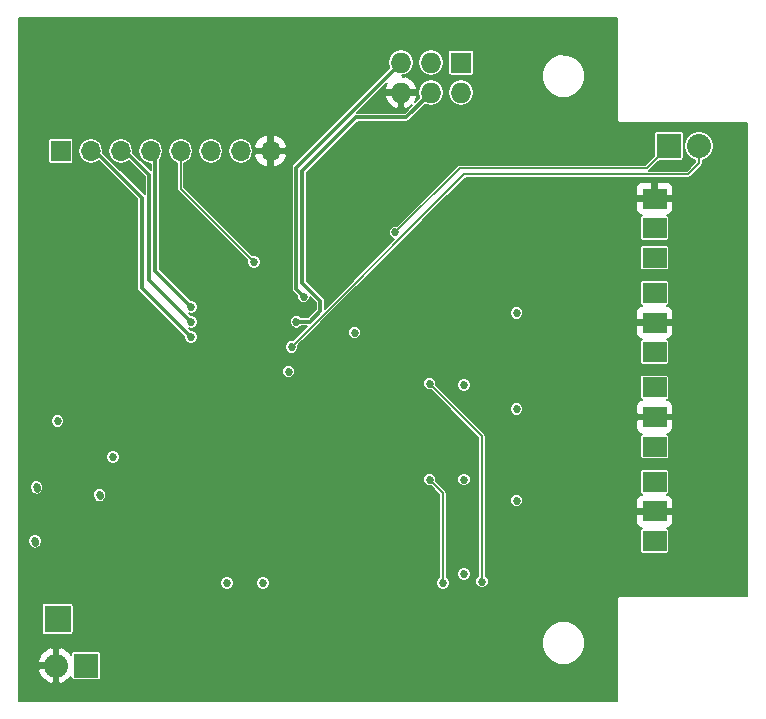
<source format=gbl>
G04 #@! TF.FileFunction,Copper,L4,Bot,Signal*
%FSLAX46Y46*%
G04 Gerber Fmt 4.6, Leading zero omitted, Abs format (unit mm)*
G04 Created by KiCad (PCBNEW 4.0.2-4+6225~38~ubuntu14.04.1-stable) date Thu 05 Jan 2017 08:44:10 PM CET*
%MOMM*%
G01*
G04 APERTURE LIST*
%ADD10C,0.100000*%
%ADD11R,2.032000X2.032000*%
%ADD12O,2.032000X2.032000*%
%ADD13R,1.727200X1.727200*%
%ADD14O,1.727200X1.727200*%
%ADD15R,2.235200X2.235200*%
%ADD16R,2.000000X1.700000*%
%ADD17R,1.700000X1.700000*%
%ADD18O,1.700000X1.700000*%
%ADD19C,0.685800*%
%ADD20C,0.152400*%
%ADD21C,0.304800*%
%ADD22C,0.609600*%
G04 APERTURE END LIST*
D10*
D11*
X98679000Y-175768000D03*
D12*
X96139000Y-175768000D03*
D11*
X148031200Y-131775200D03*
D12*
X150571200Y-131775200D03*
D13*
X130429000Y-124714000D03*
D14*
X130429000Y-127254000D03*
X127889000Y-124714000D03*
X127889000Y-127254000D03*
X125349000Y-124714000D03*
X125349000Y-127254000D03*
D15*
X96266000Y-171831000D03*
D16*
X146812000Y-141224000D03*
X146812000Y-138724000D03*
X146812000Y-136224000D03*
X146812000Y-144224000D03*
X146812000Y-146724000D03*
X146812000Y-149224000D03*
X146812000Y-152224000D03*
X146812000Y-154724000D03*
X146812000Y-157224000D03*
X146812000Y-160224000D03*
X146812000Y-162724000D03*
X146812000Y-165224000D03*
D17*
X96520000Y-132207000D03*
D18*
X99060000Y-132207000D03*
X101600000Y-132207000D03*
X104140000Y-132207000D03*
X106680000Y-132207000D03*
X109220000Y-132207000D03*
X111760000Y-132207000D03*
X114300000Y-132207000D03*
D19*
X128905000Y-168783000D03*
X127762000Y-160020000D03*
X132207000Y-168656000D03*
X127762000Y-151892000D03*
X116484400Y-146659600D03*
X107569000Y-145415000D03*
X107569000Y-146685000D03*
X107569000Y-147955000D03*
X135128000Y-154051000D03*
X135128000Y-145923000D03*
X110617000Y-168783000D03*
X135128000Y-161798000D03*
X100965000Y-158115000D03*
X94361000Y-165227000D03*
X99822000Y-161290000D03*
X130683000Y-160020000D03*
X130683000Y-152019000D03*
X113665000Y-168783000D03*
X130683000Y-168021000D03*
X115824000Y-150876000D03*
X96266000Y-155067000D03*
X94488000Y-160655000D03*
X121412000Y-147574000D03*
X117094000Y-144526000D03*
X116078000Y-148793200D03*
X112903000Y-141605000D03*
X124866400Y-139090400D03*
D20*
X128905000Y-168783000D02*
X128905000Y-164338000D01*
X128905000Y-161163000D02*
X127762000Y-160020000D01*
X128905000Y-164338000D02*
X128905000Y-161163000D01*
X132207000Y-168656000D02*
X132207000Y-162560000D01*
X132207000Y-156337000D02*
X127762000Y-151892000D01*
X132207000Y-162560000D02*
X132207000Y-156337000D01*
D21*
X127889000Y-127254000D02*
X125806200Y-129336800D01*
X117602000Y-146659600D02*
X116484400Y-146659600D01*
X118516400Y-145745200D02*
X117602000Y-146659600D01*
X118516400Y-144881600D02*
X118516400Y-145745200D01*
X116992400Y-143357600D02*
X118516400Y-144881600D01*
X116992400Y-133908800D02*
X116992400Y-143357600D01*
X121564400Y-129336800D02*
X116992400Y-133908800D01*
X125806200Y-129336800D02*
X121564400Y-129336800D01*
D20*
X127889000Y-127254000D02*
X127660400Y-127254000D01*
D21*
X104521000Y-142367000D02*
X107569000Y-145415000D01*
X104521000Y-141732000D02*
X104521000Y-142367000D01*
X104521000Y-132207000D02*
X104521000Y-141732000D01*
X101981000Y-132207000D02*
X104013000Y-134239000D01*
X104013000Y-134239000D02*
X104013000Y-143129000D01*
X104013000Y-143129000D02*
X107569000Y-146685000D01*
X107569000Y-147955000D02*
X103378000Y-143764000D01*
X103378000Y-136144000D02*
X99441000Y-132207000D01*
X103378000Y-143764000D02*
X103378000Y-136144000D01*
D22*
X94361000Y-165227000D02*
X94361000Y-165354000D01*
X99822000Y-161290000D02*
X99822000Y-161417000D01*
X94488000Y-160655000D02*
X94488000Y-160782000D01*
D21*
X116459000Y-133604000D02*
X125349000Y-124714000D01*
X116459000Y-143891000D02*
X116459000Y-133604000D01*
X117094000Y-144526000D02*
X116459000Y-143891000D01*
D20*
X116078000Y-148793200D02*
X130708400Y-134162800D01*
X130708400Y-134162800D02*
X149656800Y-134162800D01*
X149656800Y-134162800D02*
X150571200Y-133248400D01*
X150571200Y-133248400D02*
X150571200Y-131775200D01*
X150571200Y-131775200D02*
X150571200Y-132334000D01*
X106680000Y-135382000D02*
X112903000Y-141605000D01*
X106680000Y-132207000D02*
X106680000Y-135382000D01*
X146151600Y-133654800D02*
X148031200Y-131775200D01*
X130302000Y-133654800D02*
X146151600Y-133654800D01*
X124866400Y-139090400D02*
X130302000Y-133654800D01*
G36*
X143608400Y-129540000D02*
X143631510Y-129656183D01*
X143697322Y-129754678D01*
X143795817Y-129820490D01*
X143912000Y-129843600D01*
X154636400Y-129843600D01*
X154636400Y-169876400D01*
X143912000Y-169876400D01*
X143795817Y-169899510D01*
X143697322Y-169965322D01*
X143631510Y-170063817D01*
X143608400Y-170180000D01*
X143608400Y-178766400D01*
X93013600Y-178766400D01*
X93013600Y-176192389D01*
X94596089Y-176192389D01*
X94875943Y-176750531D01*
X95348086Y-177159091D01*
X95714613Y-177310899D01*
X95961200Y-177211239D01*
X95961200Y-175945800D01*
X94694746Y-175945800D01*
X94596089Y-176192389D01*
X93013600Y-176192389D01*
X93013600Y-175343611D01*
X94596089Y-175343611D01*
X94694746Y-175590200D01*
X95961200Y-175590200D01*
X95961200Y-174324761D01*
X96316800Y-174324761D01*
X96316800Y-175590200D01*
X96336800Y-175590200D01*
X96336800Y-175945800D01*
X96316800Y-175945800D01*
X96316800Y-177211239D01*
X96563387Y-177310899D01*
X96929914Y-177159091D01*
X97402057Y-176750531D01*
X97429922Y-176694957D01*
X97429922Y-176784000D01*
X97445862Y-176868714D01*
X97495928Y-176946518D01*
X97572320Y-176998715D01*
X97663000Y-177017078D01*
X99695000Y-177017078D01*
X99779714Y-177001138D01*
X99857518Y-176951072D01*
X99909715Y-176874680D01*
X99928078Y-176784000D01*
X99928078Y-174752000D01*
X99912138Y-174667286D01*
X99862072Y-174589482D01*
X99785680Y-174537285D01*
X99695000Y-174518922D01*
X97663000Y-174518922D01*
X97578286Y-174534862D01*
X97500482Y-174584928D01*
X97448285Y-174661320D01*
X97429922Y-174752000D01*
X97429922Y-174841043D01*
X97402057Y-174785469D01*
X96929914Y-174376909D01*
X96563387Y-174225101D01*
X96316800Y-174324761D01*
X95961200Y-174324761D01*
X95714613Y-174225101D01*
X95348086Y-174376909D01*
X94875943Y-174785469D01*
X94596089Y-175343611D01*
X93013600Y-175343611D01*
X93013600Y-174222135D01*
X137257084Y-174222135D01*
X137534885Y-174894465D01*
X138048829Y-175409307D01*
X138720673Y-175688282D01*
X139448135Y-175688916D01*
X140120465Y-175411115D01*
X140635307Y-174897171D01*
X140914282Y-174225327D01*
X140914916Y-173497865D01*
X140637115Y-172825535D01*
X140123171Y-172310693D01*
X139451327Y-172031718D01*
X138723865Y-172031084D01*
X138051535Y-172308885D01*
X137536693Y-172822829D01*
X137257718Y-173494673D01*
X137257084Y-174222135D01*
X93013600Y-174222135D01*
X93013600Y-170713400D01*
X94915322Y-170713400D01*
X94915322Y-172948600D01*
X94931262Y-173033314D01*
X94981328Y-173111118D01*
X95057720Y-173163315D01*
X95148400Y-173181678D01*
X97383600Y-173181678D01*
X97468314Y-173165738D01*
X97546118Y-173115672D01*
X97598315Y-173039280D01*
X97616678Y-172948600D01*
X97616678Y-170713400D01*
X97600738Y-170628686D01*
X97550672Y-170550882D01*
X97474280Y-170498685D01*
X97383600Y-170480322D01*
X95148400Y-170480322D01*
X95063686Y-170496262D01*
X94985882Y-170546328D01*
X94933685Y-170622720D01*
X94915322Y-170713400D01*
X93013600Y-170713400D01*
X93013600Y-168896180D01*
X110045401Y-168896180D01*
X110132224Y-169106306D01*
X110292849Y-169267211D01*
X110502823Y-169354400D01*
X110730180Y-169354599D01*
X110940306Y-169267776D01*
X111101211Y-169107151D01*
X111188400Y-168897177D01*
X111188400Y-168896180D01*
X113093401Y-168896180D01*
X113180224Y-169106306D01*
X113340849Y-169267211D01*
X113550823Y-169354400D01*
X113778180Y-169354599D01*
X113988306Y-169267776D01*
X114149211Y-169107151D01*
X114236400Y-168897177D01*
X114236599Y-168669820D01*
X114149776Y-168459694D01*
X113989151Y-168298789D01*
X113779177Y-168211600D01*
X113551820Y-168211401D01*
X113341694Y-168298224D01*
X113180789Y-168458849D01*
X113093600Y-168668823D01*
X113093401Y-168896180D01*
X111188400Y-168896180D01*
X111188599Y-168669820D01*
X111101776Y-168459694D01*
X110941151Y-168298789D01*
X110731177Y-168211600D01*
X110503820Y-168211401D01*
X110293694Y-168298224D01*
X110132789Y-168458849D01*
X110045600Y-168668823D01*
X110045401Y-168896180D01*
X93013600Y-168896180D01*
X93013600Y-165340180D01*
X93789401Y-165340180D01*
X93857759Y-165505617D01*
X93868203Y-165558123D01*
X93983829Y-165731171D01*
X94156877Y-165846797D01*
X94361000Y-165887400D01*
X94565123Y-165846797D01*
X94738171Y-165731171D01*
X94853797Y-165558123D01*
X94864354Y-165505049D01*
X94932400Y-165341177D01*
X94932599Y-165113820D01*
X94845776Y-164903694D01*
X94685151Y-164742789D01*
X94475177Y-164655600D01*
X94247820Y-164655401D01*
X94037694Y-164742224D01*
X93876789Y-164902849D01*
X93789600Y-165112823D01*
X93789401Y-165340180D01*
X93013600Y-165340180D01*
X93013600Y-161403180D01*
X99250401Y-161403180D01*
X99318759Y-161568617D01*
X99329203Y-161621123D01*
X99444829Y-161794171D01*
X99617877Y-161909797D01*
X99822000Y-161950400D01*
X100026123Y-161909797D01*
X100199171Y-161794171D01*
X100314797Y-161621123D01*
X100325354Y-161568049D01*
X100393400Y-161404177D01*
X100393599Y-161176820D01*
X100306776Y-160966694D01*
X100146151Y-160805789D01*
X99936177Y-160718600D01*
X99708820Y-160718401D01*
X99498694Y-160805224D01*
X99337789Y-160965849D01*
X99250600Y-161175823D01*
X99250401Y-161403180D01*
X93013600Y-161403180D01*
X93013600Y-160768180D01*
X93916401Y-160768180D01*
X93984759Y-160933617D01*
X93995203Y-160986123D01*
X94110829Y-161159171D01*
X94283877Y-161274797D01*
X94488000Y-161315400D01*
X94692123Y-161274797D01*
X94865171Y-161159171D01*
X94980797Y-160986123D01*
X94991354Y-160933049D01*
X95059400Y-160769177D01*
X95059599Y-160541820D01*
X94972776Y-160331694D01*
X94812151Y-160170789D01*
X94721579Y-160133180D01*
X127190401Y-160133180D01*
X127277224Y-160343306D01*
X127437849Y-160504211D01*
X127647823Y-160591400D01*
X127875180Y-160591599D01*
X127894545Y-160583597D01*
X128600200Y-161289252D01*
X128600200Y-168290577D01*
X128581694Y-168298224D01*
X128420789Y-168458849D01*
X128333600Y-168668823D01*
X128333401Y-168896180D01*
X128420224Y-169106306D01*
X128580849Y-169267211D01*
X128790823Y-169354400D01*
X129018180Y-169354599D01*
X129228306Y-169267776D01*
X129389211Y-169107151D01*
X129476400Y-168897177D01*
X129476599Y-168669820D01*
X129389776Y-168459694D01*
X129229151Y-168298789D01*
X129209800Y-168290754D01*
X129209800Y-168134180D01*
X130111401Y-168134180D01*
X130198224Y-168344306D01*
X130358849Y-168505211D01*
X130568823Y-168592400D01*
X130796180Y-168592599D01*
X131006306Y-168505776D01*
X131167211Y-168345151D01*
X131254400Y-168135177D01*
X131254599Y-167907820D01*
X131167776Y-167697694D01*
X131007151Y-167536789D01*
X130797177Y-167449600D01*
X130569820Y-167449401D01*
X130359694Y-167536224D01*
X130198789Y-167696849D01*
X130111600Y-167906823D01*
X130111401Y-168134180D01*
X129209800Y-168134180D01*
X129209800Y-161163000D01*
X129186598Y-161046358D01*
X129120526Y-160947474D01*
X128325721Y-160152669D01*
X128333400Y-160134177D01*
X128333400Y-160133180D01*
X130111401Y-160133180D01*
X130198224Y-160343306D01*
X130358849Y-160504211D01*
X130568823Y-160591400D01*
X130796180Y-160591599D01*
X131006306Y-160504776D01*
X131167211Y-160344151D01*
X131254400Y-160134177D01*
X131254599Y-159906820D01*
X131167776Y-159696694D01*
X131007151Y-159535789D01*
X130797177Y-159448600D01*
X130569820Y-159448401D01*
X130359694Y-159535224D01*
X130198789Y-159695849D01*
X130111600Y-159905823D01*
X130111401Y-160133180D01*
X128333400Y-160133180D01*
X128333599Y-159906820D01*
X128246776Y-159696694D01*
X128086151Y-159535789D01*
X127876177Y-159448600D01*
X127648820Y-159448401D01*
X127438694Y-159535224D01*
X127277789Y-159695849D01*
X127190600Y-159905823D01*
X127190401Y-160133180D01*
X94721579Y-160133180D01*
X94602177Y-160083600D01*
X94374820Y-160083401D01*
X94164694Y-160170224D01*
X94003789Y-160330849D01*
X93916600Y-160540823D01*
X93916401Y-160768180D01*
X93013600Y-160768180D01*
X93013600Y-158228180D01*
X100393401Y-158228180D01*
X100480224Y-158438306D01*
X100640849Y-158599211D01*
X100850823Y-158686400D01*
X101078180Y-158686599D01*
X101288306Y-158599776D01*
X101449211Y-158439151D01*
X101536400Y-158229177D01*
X101536599Y-158001820D01*
X101449776Y-157791694D01*
X101289151Y-157630789D01*
X101079177Y-157543600D01*
X100851820Y-157543401D01*
X100641694Y-157630224D01*
X100480789Y-157790849D01*
X100393600Y-158000823D01*
X100393401Y-158228180D01*
X93013600Y-158228180D01*
X93013600Y-155180180D01*
X95694401Y-155180180D01*
X95781224Y-155390306D01*
X95941849Y-155551211D01*
X96151823Y-155638400D01*
X96379180Y-155638599D01*
X96589306Y-155551776D01*
X96750211Y-155391151D01*
X96837400Y-155181177D01*
X96837599Y-154953820D01*
X96750776Y-154743694D01*
X96590151Y-154582789D01*
X96380177Y-154495600D01*
X96152820Y-154495401D01*
X95942694Y-154582224D01*
X95781789Y-154742849D01*
X95694600Y-154952823D01*
X95694401Y-155180180D01*
X93013600Y-155180180D01*
X93013600Y-152005180D01*
X127190401Y-152005180D01*
X127277224Y-152215306D01*
X127437849Y-152376211D01*
X127647823Y-152463400D01*
X127875180Y-152463599D01*
X127894545Y-152455597D01*
X131902200Y-156463252D01*
X131902200Y-168163577D01*
X131883694Y-168171224D01*
X131722789Y-168331849D01*
X131635600Y-168541823D01*
X131635401Y-168769180D01*
X131722224Y-168979306D01*
X131882849Y-169140211D01*
X132092823Y-169227400D01*
X132320180Y-169227599D01*
X132530306Y-169140776D01*
X132691211Y-168980151D01*
X132778400Y-168770177D01*
X132778599Y-168542820D01*
X132691776Y-168332694D01*
X132531151Y-168171789D01*
X132511800Y-168163754D01*
X132511800Y-163047850D01*
X145227800Y-163047850D01*
X145227800Y-163690204D01*
X145316739Y-163904922D01*
X145481077Y-164069261D01*
X145695795Y-164158200D01*
X145725207Y-164158200D01*
X145649482Y-164206928D01*
X145597285Y-164283320D01*
X145578922Y-164374000D01*
X145578922Y-166074000D01*
X145594862Y-166158714D01*
X145644928Y-166236518D01*
X145721320Y-166288715D01*
X145812000Y-166307078D01*
X147812000Y-166307078D01*
X147896714Y-166291138D01*
X147974518Y-166241072D01*
X148026715Y-166164680D01*
X148045078Y-166074000D01*
X148045078Y-164374000D01*
X148029138Y-164289286D01*
X147979072Y-164211482D01*
X147902680Y-164159285D01*
X147897322Y-164158200D01*
X147928205Y-164158200D01*
X148142923Y-164069261D01*
X148307261Y-163904922D01*
X148396200Y-163690204D01*
X148396200Y-163047850D01*
X148250150Y-162901800D01*
X146989800Y-162901800D01*
X146989800Y-162921800D01*
X146634200Y-162921800D01*
X146634200Y-162901800D01*
X145373850Y-162901800D01*
X145227800Y-163047850D01*
X132511800Y-163047850D01*
X132511800Y-161911180D01*
X134556401Y-161911180D01*
X134643224Y-162121306D01*
X134803849Y-162282211D01*
X135013823Y-162369400D01*
X135241180Y-162369599D01*
X135451306Y-162282776D01*
X135612211Y-162122151D01*
X135699400Y-161912177D01*
X135699535Y-161757796D01*
X145227800Y-161757796D01*
X145227800Y-162400150D01*
X145373850Y-162546200D01*
X146634200Y-162546200D01*
X146634200Y-162526200D01*
X146989800Y-162526200D01*
X146989800Y-162546200D01*
X148250150Y-162546200D01*
X148396200Y-162400150D01*
X148396200Y-161757796D01*
X148307261Y-161543078D01*
X148142923Y-161378739D01*
X147928205Y-161289800D01*
X147898793Y-161289800D01*
X147974518Y-161241072D01*
X148026715Y-161164680D01*
X148045078Y-161074000D01*
X148045078Y-159374000D01*
X148029138Y-159289286D01*
X147979072Y-159211482D01*
X147902680Y-159159285D01*
X147812000Y-159140922D01*
X145812000Y-159140922D01*
X145727286Y-159156862D01*
X145649482Y-159206928D01*
X145597285Y-159283320D01*
X145578922Y-159374000D01*
X145578922Y-161074000D01*
X145594862Y-161158714D01*
X145644928Y-161236518D01*
X145721320Y-161288715D01*
X145726678Y-161289800D01*
X145695795Y-161289800D01*
X145481077Y-161378739D01*
X145316739Y-161543078D01*
X145227800Y-161757796D01*
X135699535Y-161757796D01*
X135699599Y-161684820D01*
X135612776Y-161474694D01*
X135452151Y-161313789D01*
X135242177Y-161226600D01*
X135014820Y-161226401D01*
X134804694Y-161313224D01*
X134643789Y-161473849D01*
X134556600Y-161683823D01*
X134556401Y-161911180D01*
X132511800Y-161911180D01*
X132511800Y-156337000D01*
X132488598Y-156220358D01*
X132422526Y-156121474D01*
X131348902Y-155047850D01*
X145227800Y-155047850D01*
X145227800Y-155690204D01*
X145316739Y-155904922D01*
X145481077Y-156069261D01*
X145695795Y-156158200D01*
X145725207Y-156158200D01*
X145649482Y-156206928D01*
X145597285Y-156283320D01*
X145578922Y-156374000D01*
X145578922Y-158074000D01*
X145594862Y-158158714D01*
X145644928Y-158236518D01*
X145721320Y-158288715D01*
X145812000Y-158307078D01*
X147812000Y-158307078D01*
X147896714Y-158291138D01*
X147974518Y-158241072D01*
X148026715Y-158164680D01*
X148045078Y-158074000D01*
X148045078Y-156374000D01*
X148029138Y-156289286D01*
X147979072Y-156211482D01*
X147902680Y-156159285D01*
X147897322Y-156158200D01*
X147928205Y-156158200D01*
X148142923Y-156069261D01*
X148307261Y-155904922D01*
X148396200Y-155690204D01*
X148396200Y-155047850D01*
X148250150Y-154901800D01*
X146989800Y-154901800D01*
X146989800Y-154921800D01*
X146634200Y-154921800D01*
X146634200Y-154901800D01*
X145373850Y-154901800D01*
X145227800Y-155047850D01*
X131348902Y-155047850D01*
X130465232Y-154164180D01*
X134556401Y-154164180D01*
X134643224Y-154374306D01*
X134803849Y-154535211D01*
X135013823Y-154622400D01*
X135241180Y-154622599D01*
X135451306Y-154535776D01*
X135612211Y-154375151D01*
X135699400Y-154165177D01*
X135699599Y-153937820D01*
X135625214Y-153757796D01*
X145227800Y-153757796D01*
X145227800Y-154400150D01*
X145373850Y-154546200D01*
X146634200Y-154546200D01*
X146634200Y-154526200D01*
X146989800Y-154526200D01*
X146989800Y-154546200D01*
X148250150Y-154546200D01*
X148396200Y-154400150D01*
X148396200Y-153757796D01*
X148307261Y-153543078D01*
X148142923Y-153378739D01*
X147928205Y-153289800D01*
X147898793Y-153289800D01*
X147974518Y-153241072D01*
X148026715Y-153164680D01*
X148045078Y-153074000D01*
X148045078Y-151374000D01*
X148029138Y-151289286D01*
X147979072Y-151211482D01*
X147902680Y-151159285D01*
X147812000Y-151140922D01*
X145812000Y-151140922D01*
X145727286Y-151156862D01*
X145649482Y-151206928D01*
X145597285Y-151283320D01*
X145578922Y-151374000D01*
X145578922Y-153074000D01*
X145594862Y-153158714D01*
X145644928Y-153236518D01*
X145721320Y-153288715D01*
X145726678Y-153289800D01*
X145695795Y-153289800D01*
X145481077Y-153378739D01*
X145316739Y-153543078D01*
X145227800Y-153757796D01*
X135625214Y-153757796D01*
X135612776Y-153727694D01*
X135452151Y-153566789D01*
X135242177Y-153479600D01*
X135014820Y-153479401D01*
X134804694Y-153566224D01*
X134643789Y-153726849D01*
X134556600Y-153936823D01*
X134556401Y-154164180D01*
X130465232Y-154164180D01*
X128433232Y-152132180D01*
X130111401Y-152132180D01*
X130198224Y-152342306D01*
X130358849Y-152503211D01*
X130568823Y-152590400D01*
X130796180Y-152590599D01*
X131006306Y-152503776D01*
X131167211Y-152343151D01*
X131254400Y-152133177D01*
X131254599Y-151905820D01*
X131167776Y-151695694D01*
X131007151Y-151534789D01*
X130797177Y-151447600D01*
X130569820Y-151447401D01*
X130359694Y-151534224D01*
X130198789Y-151694849D01*
X130111600Y-151904823D01*
X130111401Y-152132180D01*
X128433232Y-152132180D01*
X128325721Y-152024669D01*
X128333400Y-152006177D01*
X128333599Y-151778820D01*
X128246776Y-151568694D01*
X128086151Y-151407789D01*
X127876177Y-151320600D01*
X127648820Y-151320401D01*
X127438694Y-151407224D01*
X127277789Y-151567849D01*
X127190600Y-151777823D01*
X127190401Y-152005180D01*
X93013600Y-152005180D01*
X93013600Y-150989180D01*
X115252401Y-150989180D01*
X115339224Y-151199306D01*
X115499849Y-151360211D01*
X115709823Y-151447400D01*
X115937180Y-151447599D01*
X116147306Y-151360776D01*
X116308211Y-151200151D01*
X116395400Y-150990177D01*
X116395599Y-150762820D01*
X116308776Y-150552694D01*
X116148151Y-150391789D01*
X115938177Y-150304600D01*
X115710820Y-150304401D01*
X115500694Y-150391224D01*
X115339789Y-150551849D01*
X115252600Y-150761823D01*
X115252401Y-150989180D01*
X93013600Y-150989180D01*
X93013600Y-148906380D01*
X115506401Y-148906380D01*
X115593224Y-149116506D01*
X115753849Y-149277411D01*
X115963823Y-149364600D01*
X116191180Y-149364799D01*
X116401306Y-149277976D01*
X116562211Y-149117351D01*
X116649400Y-148907377D01*
X116649599Y-148680020D01*
X116641597Y-148660655D01*
X117615072Y-147687180D01*
X120840401Y-147687180D01*
X120927224Y-147897306D01*
X121087849Y-148058211D01*
X121297823Y-148145400D01*
X121525180Y-148145599D01*
X121735306Y-148058776D01*
X121896211Y-147898151D01*
X121983400Y-147688177D01*
X121983599Y-147460820D01*
X121896776Y-147250694D01*
X121736151Y-147089789D01*
X121635151Y-147047850D01*
X145227800Y-147047850D01*
X145227800Y-147690204D01*
X145316739Y-147904922D01*
X145481077Y-148069261D01*
X145695795Y-148158200D01*
X145725207Y-148158200D01*
X145649482Y-148206928D01*
X145597285Y-148283320D01*
X145578922Y-148374000D01*
X145578922Y-150074000D01*
X145594862Y-150158714D01*
X145644928Y-150236518D01*
X145721320Y-150288715D01*
X145812000Y-150307078D01*
X147812000Y-150307078D01*
X147896714Y-150291138D01*
X147974518Y-150241072D01*
X148026715Y-150164680D01*
X148045078Y-150074000D01*
X148045078Y-148374000D01*
X148029138Y-148289286D01*
X147979072Y-148211482D01*
X147902680Y-148159285D01*
X147897322Y-148158200D01*
X147928205Y-148158200D01*
X148142923Y-148069261D01*
X148307261Y-147904922D01*
X148396200Y-147690204D01*
X148396200Y-147047850D01*
X148250150Y-146901800D01*
X146989800Y-146901800D01*
X146989800Y-146921800D01*
X146634200Y-146921800D01*
X146634200Y-146901800D01*
X145373850Y-146901800D01*
X145227800Y-147047850D01*
X121635151Y-147047850D01*
X121526177Y-147002600D01*
X121298820Y-147002401D01*
X121088694Y-147089224D01*
X120927789Y-147249849D01*
X120840600Y-147459823D01*
X120840401Y-147687180D01*
X117615072Y-147687180D01*
X119266072Y-146036180D01*
X134556401Y-146036180D01*
X134643224Y-146246306D01*
X134803849Y-146407211D01*
X135013823Y-146494400D01*
X135241180Y-146494599D01*
X135451306Y-146407776D01*
X135612211Y-146247151D01*
X135699400Y-146037177D01*
X135699599Y-145809820D01*
X135678103Y-145757796D01*
X145227800Y-145757796D01*
X145227800Y-146400150D01*
X145373850Y-146546200D01*
X146634200Y-146546200D01*
X146634200Y-146526200D01*
X146989800Y-146526200D01*
X146989800Y-146546200D01*
X148250150Y-146546200D01*
X148396200Y-146400150D01*
X148396200Y-145757796D01*
X148307261Y-145543078D01*
X148142923Y-145378739D01*
X147928205Y-145289800D01*
X147898793Y-145289800D01*
X147974518Y-145241072D01*
X148026715Y-145164680D01*
X148045078Y-145074000D01*
X148045078Y-143374000D01*
X148029138Y-143289286D01*
X147979072Y-143211482D01*
X147902680Y-143159285D01*
X147812000Y-143140922D01*
X145812000Y-143140922D01*
X145727286Y-143156862D01*
X145649482Y-143206928D01*
X145597285Y-143283320D01*
X145578922Y-143374000D01*
X145578922Y-145074000D01*
X145594862Y-145158714D01*
X145644928Y-145236518D01*
X145721320Y-145288715D01*
X145726678Y-145289800D01*
X145695795Y-145289800D01*
X145481077Y-145378739D01*
X145316739Y-145543078D01*
X145227800Y-145757796D01*
X135678103Y-145757796D01*
X135612776Y-145599694D01*
X135452151Y-145438789D01*
X135242177Y-145351600D01*
X135014820Y-145351401D01*
X134804694Y-145438224D01*
X134643789Y-145598849D01*
X134556600Y-145808823D01*
X134556401Y-146036180D01*
X119266072Y-146036180D01*
X124928252Y-140374000D01*
X145578922Y-140374000D01*
X145578922Y-142074000D01*
X145594862Y-142158714D01*
X145644928Y-142236518D01*
X145721320Y-142288715D01*
X145812000Y-142307078D01*
X147812000Y-142307078D01*
X147896714Y-142291138D01*
X147974518Y-142241072D01*
X148026715Y-142164680D01*
X148045078Y-142074000D01*
X148045078Y-140374000D01*
X148029138Y-140289286D01*
X147979072Y-140211482D01*
X147902680Y-140159285D01*
X147812000Y-140140922D01*
X145812000Y-140140922D01*
X145727286Y-140156862D01*
X145649482Y-140206928D01*
X145597285Y-140283320D01*
X145578922Y-140374000D01*
X124928252Y-140374000D01*
X128754402Y-136547850D01*
X145227800Y-136547850D01*
X145227800Y-137190204D01*
X145316739Y-137404922D01*
X145481077Y-137569261D01*
X145695795Y-137658200D01*
X145725207Y-137658200D01*
X145649482Y-137706928D01*
X145597285Y-137783320D01*
X145578922Y-137874000D01*
X145578922Y-139574000D01*
X145594862Y-139658714D01*
X145644928Y-139736518D01*
X145721320Y-139788715D01*
X145812000Y-139807078D01*
X147812000Y-139807078D01*
X147896714Y-139791138D01*
X147974518Y-139741072D01*
X148026715Y-139664680D01*
X148045078Y-139574000D01*
X148045078Y-137874000D01*
X148029138Y-137789286D01*
X147979072Y-137711482D01*
X147902680Y-137659285D01*
X147897322Y-137658200D01*
X147928205Y-137658200D01*
X148142923Y-137569261D01*
X148307261Y-137404922D01*
X148396200Y-137190204D01*
X148396200Y-136547850D01*
X148250150Y-136401800D01*
X146989800Y-136401800D01*
X146989800Y-136421800D01*
X146634200Y-136421800D01*
X146634200Y-136401800D01*
X145373850Y-136401800D01*
X145227800Y-136547850D01*
X128754402Y-136547850D01*
X130044456Y-135257796D01*
X145227800Y-135257796D01*
X145227800Y-135900150D01*
X145373850Y-136046200D01*
X146634200Y-136046200D01*
X146634200Y-134935850D01*
X146989800Y-134935850D01*
X146989800Y-136046200D01*
X148250150Y-136046200D01*
X148396200Y-135900150D01*
X148396200Y-135257796D01*
X148307261Y-135043078D01*
X148142923Y-134878739D01*
X147928205Y-134789800D01*
X147135850Y-134789800D01*
X146989800Y-134935850D01*
X146634200Y-134935850D01*
X146488150Y-134789800D01*
X145695795Y-134789800D01*
X145481077Y-134878739D01*
X145316739Y-135043078D01*
X145227800Y-135257796D01*
X130044456Y-135257796D01*
X130834652Y-134467600D01*
X149656800Y-134467600D01*
X149773442Y-134444398D01*
X149872326Y-134378326D01*
X150786726Y-133463926D01*
X150803198Y-133439274D01*
X150852798Y-133365042D01*
X150876000Y-133248400D01*
X150876000Y-132983554D01*
X151047488Y-132949443D01*
X151451265Y-132679648D01*
X151721060Y-132275871D01*
X151815800Y-131799583D01*
X151815800Y-131750817D01*
X151721060Y-131274529D01*
X151451265Y-130870752D01*
X151047488Y-130600957D01*
X150571200Y-130506217D01*
X150094912Y-130600957D01*
X149691135Y-130870752D01*
X149421340Y-131274529D01*
X149326600Y-131750817D01*
X149326600Y-131799583D01*
X149421340Y-132275871D01*
X149691135Y-132679648D01*
X150094912Y-132949443D01*
X150266400Y-132983554D01*
X150266400Y-133122148D01*
X149530548Y-133858000D01*
X146379452Y-133858000D01*
X147213174Y-133024278D01*
X149047200Y-133024278D01*
X149131914Y-133008338D01*
X149209718Y-132958272D01*
X149261915Y-132881880D01*
X149280278Y-132791200D01*
X149280278Y-130759200D01*
X149264338Y-130674486D01*
X149214272Y-130596682D01*
X149137880Y-130544485D01*
X149047200Y-130526122D01*
X147015200Y-130526122D01*
X146930486Y-130542062D01*
X146852682Y-130592128D01*
X146800485Y-130668520D01*
X146782122Y-130759200D01*
X146782122Y-132593226D01*
X146025348Y-133350000D01*
X130302000Y-133350000D01*
X130185358Y-133373202D01*
X130086474Y-133439274D01*
X124999069Y-138526679D01*
X124980577Y-138519000D01*
X124753220Y-138518801D01*
X124543094Y-138605624D01*
X124382189Y-138766249D01*
X124295000Y-138976223D01*
X124294801Y-139203580D01*
X124381624Y-139413706D01*
X124542249Y-139574611D01*
X124752223Y-139661800D01*
X124778325Y-139661823D01*
X118897400Y-145542748D01*
X118897400Y-144881600D01*
X118868398Y-144735798D01*
X118785808Y-144612192D01*
X118785805Y-144612190D01*
X117373400Y-143199784D01*
X117373400Y-134066616D01*
X121722215Y-129717800D01*
X125806200Y-129717800D01*
X125952003Y-129688798D01*
X126075608Y-129606208D01*
X127426868Y-128254948D01*
X127471033Y-128284458D01*
X127889000Y-128367597D01*
X128306967Y-128284458D01*
X128661302Y-128047699D01*
X128898061Y-127693364D01*
X128981200Y-127275397D01*
X128981200Y-127232603D01*
X129336800Y-127232603D01*
X129336800Y-127275397D01*
X129419939Y-127693364D01*
X129656698Y-128047699D01*
X130011033Y-128284458D01*
X130429000Y-128367597D01*
X130846967Y-128284458D01*
X131201302Y-128047699D01*
X131438061Y-127693364D01*
X131521200Y-127275397D01*
X131521200Y-127232603D01*
X131438061Y-126814636D01*
X131201302Y-126460301D01*
X130846967Y-126223542D01*
X130839894Y-126222135D01*
X137257084Y-126222135D01*
X137534885Y-126894465D01*
X138048829Y-127409307D01*
X138720673Y-127688282D01*
X139448135Y-127688916D01*
X140120465Y-127411115D01*
X140635307Y-126897171D01*
X140914282Y-126225327D01*
X140914916Y-125497865D01*
X140637115Y-124825535D01*
X140123171Y-124310693D01*
X139451327Y-124031718D01*
X138723865Y-124031084D01*
X138051535Y-124308885D01*
X137536693Y-124822829D01*
X137257718Y-125494673D01*
X137257084Y-126222135D01*
X130839894Y-126222135D01*
X130429000Y-126140403D01*
X130011033Y-126223542D01*
X129656698Y-126460301D01*
X129419939Y-126814636D01*
X129336800Y-127232603D01*
X128981200Y-127232603D01*
X128898061Y-126814636D01*
X128661302Y-126460301D01*
X128306967Y-126223542D01*
X127889000Y-126140403D01*
X127471033Y-126223542D01*
X127116698Y-126460301D01*
X126879939Y-126814636D01*
X126796800Y-127232603D01*
X126796800Y-127275397D01*
X126879939Y-127693364D01*
X126892308Y-127711876D01*
X126516850Y-128087334D01*
X126740351Y-127654385D01*
X126639805Y-127431800D01*
X125526800Y-127431800D01*
X125526800Y-128543550D01*
X125749382Y-128645337D01*
X126049719Y-128520948D01*
X126265879Y-128338305D01*
X125648384Y-128955800D01*
X121646015Y-128955800D01*
X122947430Y-127654385D01*
X123957649Y-127654385D01*
X124216780Y-128156354D01*
X124648281Y-128520948D01*
X124948618Y-128645337D01*
X125171200Y-128543550D01*
X125171200Y-127431800D01*
X124058195Y-127431800D01*
X123957649Y-127654385D01*
X122947430Y-127654385D01*
X124181151Y-126420665D01*
X123957649Y-126853615D01*
X124058195Y-127076200D01*
X125171200Y-127076200D01*
X125171200Y-127056200D01*
X125526800Y-127056200D01*
X125526800Y-127076200D01*
X126639805Y-127076200D01*
X126740351Y-126853615D01*
X126481220Y-126351646D01*
X126049719Y-125987052D01*
X125749382Y-125862663D01*
X125526802Y-125964449D01*
X125526802Y-125806200D01*
X125456570Y-125806200D01*
X125766967Y-125744458D01*
X126121302Y-125507699D01*
X126358061Y-125153364D01*
X126441200Y-124735397D01*
X126441200Y-124692603D01*
X126796800Y-124692603D01*
X126796800Y-124735397D01*
X126879939Y-125153364D01*
X127116698Y-125507699D01*
X127471033Y-125744458D01*
X127889000Y-125827597D01*
X128306967Y-125744458D01*
X128661302Y-125507699D01*
X128898061Y-125153364D01*
X128981200Y-124735397D01*
X128981200Y-124692603D01*
X128898061Y-124274636D01*
X128661302Y-123920301D01*
X128556688Y-123850400D01*
X129332322Y-123850400D01*
X129332322Y-125577600D01*
X129348262Y-125662314D01*
X129398328Y-125740118D01*
X129474720Y-125792315D01*
X129565400Y-125810678D01*
X131292600Y-125810678D01*
X131377314Y-125794738D01*
X131455118Y-125744672D01*
X131507315Y-125668280D01*
X131525678Y-125577600D01*
X131525678Y-123850400D01*
X131509738Y-123765686D01*
X131459672Y-123687882D01*
X131383280Y-123635685D01*
X131292600Y-123617322D01*
X129565400Y-123617322D01*
X129480686Y-123633262D01*
X129402882Y-123683328D01*
X129350685Y-123759720D01*
X129332322Y-123850400D01*
X128556688Y-123850400D01*
X128306967Y-123683542D01*
X127889000Y-123600403D01*
X127471033Y-123683542D01*
X127116698Y-123920301D01*
X126879939Y-124274636D01*
X126796800Y-124692603D01*
X126441200Y-124692603D01*
X126358061Y-124274636D01*
X126121302Y-123920301D01*
X125766967Y-123683542D01*
X125349000Y-123600403D01*
X124931033Y-123683542D01*
X124576698Y-123920301D01*
X124339939Y-124274636D01*
X124256800Y-124692603D01*
X124256800Y-124735397D01*
X124339939Y-125153364D01*
X124352309Y-125171876D01*
X116189592Y-133334592D01*
X116107002Y-133458197D01*
X116102104Y-133482820D01*
X116078000Y-133604000D01*
X116078000Y-143891000D01*
X116107002Y-144036803D01*
X116189592Y-144160408D01*
X116522529Y-144493344D01*
X116522401Y-144639180D01*
X116609224Y-144849306D01*
X116769849Y-145010211D01*
X116979823Y-145097400D01*
X117207180Y-145097599D01*
X117417306Y-145010776D01*
X117578211Y-144850151D01*
X117665400Y-144640177D01*
X117665462Y-144569477D01*
X118135400Y-145039415D01*
X118135400Y-145587384D01*
X117444184Y-146278600D01*
X116911582Y-146278600D01*
X116808551Y-146175389D01*
X116598577Y-146088200D01*
X116371220Y-146088001D01*
X116161094Y-146174824D01*
X116000189Y-146335449D01*
X115913000Y-146545423D01*
X115912801Y-146772780D01*
X115999624Y-146982906D01*
X116160249Y-147143811D01*
X116370223Y-147231000D01*
X116597580Y-147231199D01*
X116807706Y-147144376D01*
X116911663Y-147040600D01*
X117399548Y-147040600D01*
X116210669Y-148229479D01*
X116192177Y-148221800D01*
X115964820Y-148221601D01*
X115754694Y-148308424D01*
X115593789Y-148469049D01*
X115506600Y-148679023D01*
X115506401Y-148906380D01*
X93013600Y-148906380D01*
X93013600Y-131357000D01*
X95436922Y-131357000D01*
X95436922Y-133057000D01*
X95452862Y-133141714D01*
X95502928Y-133219518D01*
X95579320Y-133271715D01*
X95670000Y-133290078D01*
X97370000Y-133290078D01*
X97454714Y-133274138D01*
X97532518Y-133224072D01*
X97584715Y-133147680D01*
X97603078Y-133057000D01*
X97603078Y-132185869D01*
X97981400Y-132185869D01*
X97981400Y-132228131D01*
X98063504Y-132640893D01*
X98297315Y-132990816D01*
X98647238Y-133224627D01*
X99060000Y-133306731D01*
X99472762Y-133224627D01*
X99740748Y-133045564D01*
X102997000Y-136301816D01*
X102997000Y-143764000D01*
X103026002Y-143909803D01*
X103108592Y-144033408D01*
X106997529Y-147922345D01*
X106997401Y-148068180D01*
X107084224Y-148278306D01*
X107244849Y-148439211D01*
X107454823Y-148526400D01*
X107682180Y-148526599D01*
X107892306Y-148439776D01*
X108053211Y-148279151D01*
X108140400Y-148069177D01*
X108140599Y-147841820D01*
X108053776Y-147631694D01*
X107893151Y-147470789D01*
X107683177Y-147383600D01*
X107536287Y-147383471D01*
X107376831Y-147224015D01*
X107454823Y-147256400D01*
X107682180Y-147256599D01*
X107892306Y-147169776D01*
X108053211Y-147009151D01*
X108140400Y-146799177D01*
X108140599Y-146571820D01*
X108053776Y-146361694D01*
X107893151Y-146200789D01*
X107683177Y-146113600D01*
X107536287Y-146113471D01*
X107376829Y-145954014D01*
X107454823Y-145986400D01*
X107682180Y-145986599D01*
X107892306Y-145899776D01*
X108053211Y-145739151D01*
X108140400Y-145529177D01*
X108140599Y-145301820D01*
X108053776Y-145091694D01*
X107893151Y-144930789D01*
X107683177Y-144843600D01*
X107536287Y-144843471D01*
X104902000Y-142209184D01*
X104902000Y-132991274D01*
X104902685Y-132990816D01*
X105136496Y-132640893D01*
X105218600Y-132228131D01*
X105218600Y-132185869D01*
X105601400Y-132185869D01*
X105601400Y-132228131D01*
X105683504Y-132640893D01*
X105917315Y-132990816D01*
X106267238Y-133224627D01*
X106375200Y-133246102D01*
X106375200Y-135382000D01*
X106398402Y-135498642D01*
X106464474Y-135597526D01*
X112339279Y-141472331D01*
X112331600Y-141490823D01*
X112331401Y-141718180D01*
X112418224Y-141928306D01*
X112578849Y-142089211D01*
X112788823Y-142176400D01*
X113016180Y-142176599D01*
X113226306Y-142089776D01*
X113387211Y-141929151D01*
X113474400Y-141719177D01*
X113474599Y-141491820D01*
X113387776Y-141281694D01*
X113227151Y-141120789D01*
X113017177Y-141033600D01*
X112789820Y-141033401D01*
X112770455Y-141041403D01*
X106984800Y-135255748D01*
X106984800Y-133246102D01*
X107092762Y-133224627D01*
X107442685Y-132990816D01*
X107676496Y-132640893D01*
X107758600Y-132228131D01*
X107758600Y-132185869D01*
X108141400Y-132185869D01*
X108141400Y-132228131D01*
X108223504Y-132640893D01*
X108457315Y-132990816D01*
X108807238Y-133224627D01*
X109220000Y-133306731D01*
X109632762Y-133224627D01*
X109982685Y-132990816D01*
X110216496Y-132640893D01*
X110298600Y-132228131D01*
X110298600Y-132185869D01*
X110681400Y-132185869D01*
X110681400Y-132228131D01*
X110763504Y-132640893D01*
X110997315Y-132990816D01*
X111347238Y-133224627D01*
X111760000Y-133306731D01*
X112172762Y-133224627D01*
X112522685Y-132990816D01*
X112756496Y-132640893D01*
X112763587Y-132605241D01*
X112922185Y-132605241D01*
X113179465Y-133102194D01*
X113607337Y-133462862D01*
X113901761Y-133584801D01*
X114122200Y-133482820D01*
X114122200Y-132384800D01*
X114477800Y-132384800D01*
X114477800Y-133482820D01*
X114698239Y-133584801D01*
X114992663Y-133462862D01*
X115420535Y-133102194D01*
X115677815Y-132605241D01*
X115577100Y-132384800D01*
X114477800Y-132384800D01*
X114122200Y-132384800D01*
X113022900Y-132384800D01*
X112922185Y-132605241D01*
X112763587Y-132605241D01*
X112838600Y-132228131D01*
X112838600Y-132185869D01*
X112763588Y-131808759D01*
X112922185Y-131808759D01*
X113022900Y-132029200D01*
X114122200Y-132029200D01*
X114122200Y-130931180D01*
X114477800Y-130931180D01*
X114477800Y-132029200D01*
X115577100Y-132029200D01*
X115677815Y-131808759D01*
X115420535Y-131311806D01*
X114992663Y-130951138D01*
X114698239Y-130829199D01*
X114477800Y-130931180D01*
X114122200Y-130931180D01*
X113901761Y-130829199D01*
X113607337Y-130951138D01*
X113179465Y-131311806D01*
X112922185Y-131808759D01*
X112763588Y-131808759D01*
X112756496Y-131773107D01*
X112522685Y-131423184D01*
X112172762Y-131189373D01*
X111760000Y-131107269D01*
X111347238Y-131189373D01*
X110997315Y-131423184D01*
X110763504Y-131773107D01*
X110681400Y-132185869D01*
X110298600Y-132185869D01*
X110216496Y-131773107D01*
X109982685Y-131423184D01*
X109632762Y-131189373D01*
X109220000Y-131107269D01*
X108807238Y-131189373D01*
X108457315Y-131423184D01*
X108223504Y-131773107D01*
X108141400Y-132185869D01*
X107758600Y-132185869D01*
X107676496Y-131773107D01*
X107442685Y-131423184D01*
X107092762Y-131189373D01*
X106680000Y-131107269D01*
X106267238Y-131189373D01*
X105917315Y-131423184D01*
X105683504Y-131773107D01*
X105601400Y-132185869D01*
X105218600Y-132185869D01*
X105136496Y-131773107D01*
X104902685Y-131423184D01*
X104552762Y-131189373D01*
X104140000Y-131107269D01*
X103727238Y-131189373D01*
X103377315Y-131423184D01*
X103143504Y-131773107D01*
X103061400Y-132185869D01*
X103061400Y-132228131D01*
X103143504Y-132640893D01*
X103377315Y-132990816D01*
X103727238Y-133224627D01*
X104140000Y-133306731D01*
X104140000Y-133827184D01*
X102655762Y-132342946D01*
X102678600Y-132228131D01*
X102678600Y-132185869D01*
X102596496Y-131773107D01*
X102362685Y-131423184D01*
X102012762Y-131189373D01*
X101600000Y-131107269D01*
X101187238Y-131189373D01*
X100837315Y-131423184D01*
X100603504Y-131773107D01*
X100521400Y-132185869D01*
X100521400Y-132228131D01*
X100603504Y-132640893D01*
X100837315Y-132990816D01*
X101187238Y-133224627D01*
X101600000Y-133306731D01*
X102012762Y-133224627D01*
X102280748Y-133045564D01*
X103632000Y-134396816D01*
X103632000Y-135859184D01*
X100115762Y-132342946D01*
X100138600Y-132228131D01*
X100138600Y-132185869D01*
X100056496Y-131773107D01*
X99822685Y-131423184D01*
X99472762Y-131189373D01*
X99060000Y-131107269D01*
X98647238Y-131189373D01*
X98297315Y-131423184D01*
X98063504Y-131773107D01*
X97981400Y-132185869D01*
X97603078Y-132185869D01*
X97603078Y-131357000D01*
X97587138Y-131272286D01*
X97537072Y-131194482D01*
X97460680Y-131142285D01*
X97370000Y-131123922D01*
X95670000Y-131123922D01*
X95585286Y-131139862D01*
X95507482Y-131189928D01*
X95455285Y-131266320D01*
X95436922Y-131357000D01*
X93013600Y-131357000D01*
X93013600Y-120953600D01*
X143608400Y-120953600D01*
X143608400Y-129540000D01*
X143608400Y-129540000D01*
G37*
X143608400Y-129540000D02*
X143631510Y-129656183D01*
X143697322Y-129754678D01*
X143795817Y-129820490D01*
X143912000Y-129843600D01*
X154636400Y-129843600D01*
X154636400Y-169876400D01*
X143912000Y-169876400D01*
X143795817Y-169899510D01*
X143697322Y-169965322D01*
X143631510Y-170063817D01*
X143608400Y-170180000D01*
X143608400Y-178766400D01*
X93013600Y-178766400D01*
X93013600Y-176192389D01*
X94596089Y-176192389D01*
X94875943Y-176750531D01*
X95348086Y-177159091D01*
X95714613Y-177310899D01*
X95961200Y-177211239D01*
X95961200Y-175945800D01*
X94694746Y-175945800D01*
X94596089Y-176192389D01*
X93013600Y-176192389D01*
X93013600Y-175343611D01*
X94596089Y-175343611D01*
X94694746Y-175590200D01*
X95961200Y-175590200D01*
X95961200Y-174324761D01*
X96316800Y-174324761D01*
X96316800Y-175590200D01*
X96336800Y-175590200D01*
X96336800Y-175945800D01*
X96316800Y-175945800D01*
X96316800Y-177211239D01*
X96563387Y-177310899D01*
X96929914Y-177159091D01*
X97402057Y-176750531D01*
X97429922Y-176694957D01*
X97429922Y-176784000D01*
X97445862Y-176868714D01*
X97495928Y-176946518D01*
X97572320Y-176998715D01*
X97663000Y-177017078D01*
X99695000Y-177017078D01*
X99779714Y-177001138D01*
X99857518Y-176951072D01*
X99909715Y-176874680D01*
X99928078Y-176784000D01*
X99928078Y-174752000D01*
X99912138Y-174667286D01*
X99862072Y-174589482D01*
X99785680Y-174537285D01*
X99695000Y-174518922D01*
X97663000Y-174518922D01*
X97578286Y-174534862D01*
X97500482Y-174584928D01*
X97448285Y-174661320D01*
X97429922Y-174752000D01*
X97429922Y-174841043D01*
X97402057Y-174785469D01*
X96929914Y-174376909D01*
X96563387Y-174225101D01*
X96316800Y-174324761D01*
X95961200Y-174324761D01*
X95714613Y-174225101D01*
X95348086Y-174376909D01*
X94875943Y-174785469D01*
X94596089Y-175343611D01*
X93013600Y-175343611D01*
X93013600Y-174222135D01*
X137257084Y-174222135D01*
X137534885Y-174894465D01*
X138048829Y-175409307D01*
X138720673Y-175688282D01*
X139448135Y-175688916D01*
X140120465Y-175411115D01*
X140635307Y-174897171D01*
X140914282Y-174225327D01*
X140914916Y-173497865D01*
X140637115Y-172825535D01*
X140123171Y-172310693D01*
X139451327Y-172031718D01*
X138723865Y-172031084D01*
X138051535Y-172308885D01*
X137536693Y-172822829D01*
X137257718Y-173494673D01*
X137257084Y-174222135D01*
X93013600Y-174222135D01*
X93013600Y-170713400D01*
X94915322Y-170713400D01*
X94915322Y-172948600D01*
X94931262Y-173033314D01*
X94981328Y-173111118D01*
X95057720Y-173163315D01*
X95148400Y-173181678D01*
X97383600Y-173181678D01*
X97468314Y-173165738D01*
X97546118Y-173115672D01*
X97598315Y-173039280D01*
X97616678Y-172948600D01*
X97616678Y-170713400D01*
X97600738Y-170628686D01*
X97550672Y-170550882D01*
X97474280Y-170498685D01*
X97383600Y-170480322D01*
X95148400Y-170480322D01*
X95063686Y-170496262D01*
X94985882Y-170546328D01*
X94933685Y-170622720D01*
X94915322Y-170713400D01*
X93013600Y-170713400D01*
X93013600Y-168896180D01*
X110045401Y-168896180D01*
X110132224Y-169106306D01*
X110292849Y-169267211D01*
X110502823Y-169354400D01*
X110730180Y-169354599D01*
X110940306Y-169267776D01*
X111101211Y-169107151D01*
X111188400Y-168897177D01*
X111188400Y-168896180D01*
X113093401Y-168896180D01*
X113180224Y-169106306D01*
X113340849Y-169267211D01*
X113550823Y-169354400D01*
X113778180Y-169354599D01*
X113988306Y-169267776D01*
X114149211Y-169107151D01*
X114236400Y-168897177D01*
X114236599Y-168669820D01*
X114149776Y-168459694D01*
X113989151Y-168298789D01*
X113779177Y-168211600D01*
X113551820Y-168211401D01*
X113341694Y-168298224D01*
X113180789Y-168458849D01*
X113093600Y-168668823D01*
X113093401Y-168896180D01*
X111188400Y-168896180D01*
X111188599Y-168669820D01*
X111101776Y-168459694D01*
X110941151Y-168298789D01*
X110731177Y-168211600D01*
X110503820Y-168211401D01*
X110293694Y-168298224D01*
X110132789Y-168458849D01*
X110045600Y-168668823D01*
X110045401Y-168896180D01*
X93013600Y-168896180D01*
X93013600Y-165340180D01*
X93789401Y-165340180D01*
X93857759Y-165505617D01*
X93868203Y-165558123D01*
X93983829Y-165731171D01*
X94156877Y-165846797D01*
X94361000Y-165887400D01*
X94565123Y-165846797D01*
X94738171Y-165731171D01*
X94853797Y-165558123D01*
X94864354Y-165505049D01*
X94932400Y-165341177D01*
X94932599Y-165113820D01*
X94845776Y-164903694D01*
X94685151Y-164742789D01*
X94475177Y-164655600D01*
X94247820Y-164655401D01*
X94037694Y-164742224D01*
X93876789Y-164902849D01*
X93789600Y-165112823D01*
X93789401Y-165340180D01*
X93013600Y-165340180D01*
X93013600Y-161403180D01*
X99250401Y-161403180D01*
X99318759Y-161568617D01*
X99329203Y-161621123D01*
X99444829Y-161794171D01*
X99617877Y-161909797D01*
X99822000Y-161950400D01*
X100026123Y-161909797D01*
X100199171Y-161794171D01*
X100314797Y-161621123D01*
X100325354Y-161568049D01*
X100393400Y-161404177D01*
X100393599Y-161176820D01*
X100306776Y-160966694D01*
X100146151Y-160805789D01*
X99936177Y-160718600D01*
X99708820Y-160718401D01*
X99498694Y-160805224D01*
X99337789Y-160965849D01*
X99250600Y-161175823D01*
X99250401Y-161403180D01*
X93013600Y-161403180D01*
X93013600Y-160768180D01*
X93916401Y-160768180D01*
X93984759Y-160933617D01*
X93995203Y-160986123D01*
X94110829Y-161159171D01*
X94283877Y-161274797D01*
X94488000Y-161315400D01*
X94692123Y-161274797D01*
X94865171Y-161159171D01*
X94980797Y-160986123D01*
X94991354Y-160933049D01*
X95059400Y-160769177D01*
X95059599Y-160541820D01*
X94972776Y-160331694D01*
X94812151Y-160170789D01*
X94721579Y-160133180D01*
X127190401Y-160133180D01*
X127277224Y-160343306D01*
X127437849Y-160504211D01*
X127647823Y-160591400D01*
X127875180Y-160591599D01*
X127894545Y-160583597D01*
X128600200Y-161289252D01*
X128600200Y-168290577D01*
X128581694Y-168298224D01*
X128420789Y-168458849D01*
X128333600Y-168668823D01*
X128333401Y-168896180D01*
X128420224Y-169106306D01*
X128580849Y-169267211D01*
X128790823Y-169354400D01*
X129018180Y-169354599D01*
X129228306Y-169267776D01*
X129389211Y-169107151D01*
X129476400Y-168897177D01*
X129476599Y-168669820D01*
X129389776Y-168459694D01*
X129229151Y-168298789D01*
X129209800Y-168290754D01*
X129209800Y-168134180D01*
X130111401Y-168134180D01*
X130198224Y-168344306D01*
X130358849Y-168505211D01*
X130568823Y-168592400D01*
X130796180Y-168592599D01*
X131006306Y-168505776D01*
X131167211Y-168345151D01*
X131254400Y-168135177D01*
X131254599Y-167907820D01*
X131167776Y-167697694D01*
X131007151Y-167536789D01*
X130797177Y-167449600D01*
X130569820Y-167449401D01*
X130359694Y-167536224D01*
X130198789Y-167696849D01*
X130111600Y-167906823D01*
X130111401Y-168134180D01*
X129209800Y-168134180D01*
X129209800Y-161163000D01*
X129186598Y-161046358D01*
X129120526Y-160947474D01*
X128325721Y-160152669D01*
X128333400Y-160134177D01*
X128333400Y-160133180D01*
X130111401Y-160133180D01*
X130198224Y-160343306D01*
X130358849Y-160504211D01*
X130568823Y-160591400D01*
X130796180Y-160591599D01*
X131006306Y-160504776D01*
X131167211Y-160344151D01*
X131254400Y-160134177D01*
X131254599Y-159906820D01*
X131167776Y-159696694D01*
X131007151Y-159535789D01*
X130797177Y-159448600D01*
X130569820Y-159448401D01*
X130359694Y-159535224D01*
X130198789Y-159695849D01*
X130111600Y-159905823D01*
X130111401Y-160133180D01*
X128333400Y-160133180D01*
X128333599Y-159906820D01*
X128246776Y-159696694D01*
X128086151Y-159535789D01*
X127876177Y-159448600D01*
X127648820Y-159448401D01*
X127438694Y-159535224D01*
X127277789Y-159695849D01*
X127190600Y-159905823D01*
X127190401Y-160133180D01*
X94721579Y-160133180D01*
X94602177Y-160083600D01*
X94374820Y-160083401D01*
X94164694Y-160170224D01*
X94003789Y-160330849D01*
X93916600Y-160540823D01*
X93916401Y-160768180D01*
X93013600Y-160768180D01*
X93013600Y-158228180D01*
X100393401Y-158228180D01*
X100480224Y-158438306D01*
X100640849Y-158599211D01*
X100850823Y-158686400D01*
X101078180Y-158686599D01*
X101288306Y-158599776D01*
X101449211Y-158439151D01*
X101536400Y-158229177D01*
X101536599Y-158001820D01*
X101449776Y-157791694D01*
X101289151Y-157630789D01*
X101079177Y-157543600D01*
X100851820Y-157543401D01*
X100641694Y-157630224D01*
X100480789Y-157790849D01*
X100393600Y-158000823D01*
X100393401Y-158228180D01*
X93013600Y-158228180D01*
X93013600Y-155180180D01*
X95694401Y-155180180D01*
X95781224Y-155390306D01*
X95941849Y-155551211D01*
X96151823Y-155638400D01*
X96379180Y-155638599D01*
X96589306Y-155551776D01*
X96750211Y-155391151D01*
X96837400Y-155181177D01*
X96837599Y-154953820D01*
X96750776Y-154743694D01*
X96590151Y-154582789D01*
X96380177Y-154495600D01*
X96152820Y-154495401D01*
X95942694Y-154582224D01*
X95781789Y-154742849D01*
X95694600Y-154952823D01*
X95694401Y-155180180D01*
X93013600Y-155180180D01*
X93013600Y-152005180D01*
X127190401Y-152005180D01*
X127277224Y-152215306D01*
X127437849Y-152376211D01*
X127647823Y-152463400D01*
X127875180Y-152463599D01*
X127894545Y-152455597D01*
X131902200Y-156463252D01*
X131902200Y-168163577D01*
X131883694Y-168171224D01*
X131722789Y-168331849D01*
X131635600Y-168541823D01*
X131635401Y-168769180D01*
X131722224Y-168979306D01*
X131882849Y-169140211D01*
X132092823Y-169227400D01*
X132320180Y-169227599D01*
X132530306Y-169140776D01*
X132691211Y-168980151D01*
X132778400Y-168770177D01*
X132778599Y-168542820D01*
X132691776Y-168332694D01*
X132531151Y-168171789D01*
X132511800Y-168163754D01*
X132511800Y-163047850D01*
X145227800Y-163047850D01*
X145227800Y-163690204D01*
X145316739Y-163904922D01*
X145481077Y-164069261D01*
X145695795Y-164158200D01*
X145725207Y-164158200D01*
X145649482Y-164206928D01*
X145597285Y-164283320D01*
X145578922Y-164374000D01*
X145578922Y-166074000D01*
X145594862Y-166158714D01*
X145644928Y-166236518D01*
X145721320Y-166288715D01*
X145812000Y-166307078D01*
X147812000Y-166307078D01*
X147896714Y-166291138D01*
X147974518Y-166241072D01*
X148026715Y-166164680D01*
X148045078Y-166074000D01*
X148045078Y-164374000D01*
X148029138Y-164289286D01*
X147979072Y-164211482D01*
X147902680Y-164159285D01*
X147897322Y-164158200D01*
X147928205Y-164158200D01*
X148142923Y-164069261D01*
X148307261Y-163904922D01*
X148396200Y-163690204D01*
X148396200Y-163047850D01*
X148250150Y-162901800D01*
X146989800Y-162901800D01*
X146989800Y-162921800D01*
X146634200Y-162921800D01*
X146634200Y-162901800D01*
X145373850Y-162901800D01*
X145227800Y-163047850D01*
X132511800Y-163047850D01*
X132511800Y-161911180D01*
X134556401Y-161911180D01*
X134643224Y-162121306D01*
X134803849Y-162282211D01*
X135013823Y-162369400D01*
X135241180Y-162369599D01*
X135451306Y-162282776D01*
X135612211Y-162122151D01*
X135699400Y-161912177D01*
X135699535Y-161757796D01*
X145227800Y-161757796D01*
X145227800Y-162400150D01*
X145373850Y-162546200D01*
X146634200Y-162546200D01*
X146634200Y-162526200D01*
X146989800Y-162526200D01*
X146989800Y-162546200D01*
X148250150Y-162546200D01*
X148396200Y-162400150D01*
X148396200Y-161757796D01*
X148307261Y-161543078D01*
X148142923Y-161378739D01*
X147928205Y-161289800D01*
X147898793Y-161289800D01*
X147974518Y-161241072D01*
X148026715Y-161164680D01*
X148045078Y-161074000D01*
X148045078Y-159374000D01*
X148029138Y-159289286D01*
X147979072Y-159211482D01*
X147902680Y-159159285D01*
X147812000Y-159140922D01*
X145812000Y-159140922D01*
X145727286Y-159156862D01*
X145649482Y-159206928D01*
X145597285Y-159283320D01*
X145578922Y-159374000D01*
X145578922Y-161074000D01*
X145594862Y-161158714D01*
X145644928Y-161236518D01*
X145721320Y-161288715D01*
X145726678Y-161289800D01*
X145695795Y-161289800D01*
X145481077Y-161378739D01*
X145316739Y-161543078D01*
X145227800Y-161757796D01*
X135699535Y-161757796D01*
X135699599Y-161684820D01*
X135612776Y-161474694D01*
X135452151Y-161313789D01*
X135242177Y-161226600D01*
X135014820Y-161226401D01*
X134804694Y-161313224D01*
X134643789Y-161473849D01*
X134556600Y-161683823D01*
X134556401Y-161911180D01*
X132511800Y-161911180D01*
X132511800Y-156337000D01*
X132488598Y-156220358D01*
X132422526Y-156121474D01*
X131348902Y-155047850D01*
X145227800Y-155047850D01*
X145227800Y-155690204D01*
X145316739Y-155904922D01*
X145481077Y-156069261D01*
X145695795Y-156158200D01*
X145725207Y-156158200D01*
X145649482Y-156206928D01*
X145597285Y-156283320D01*
X145578922Y-156374000D01*
X145578922Y-158074000D01*
X145594862Y-158158714D01*
X145644928Y-158236518D01*
X145721320Y-158288715D01*
X145812000Y-158307078D01*
X147812000Y-158307078D01*
X147896714Y-158291138D01*
X147974518Y-158241072D01*
X148026715Y-158164680D01*
X148045078Y-158074000D01*
X148045078Y-156374000D01*
X148029138Y-156289286D01*
X147979072Y-156211482D01*
X147902680Y-156159285D01*
X147897322Y-156158200D01*
X147928205Y-156158200D01*
X148142923Y-156069261D01*
X148307261Y-155904922D01*
X148396200Y-155690204D01*
X148396200Y-155047850D01*
X148250150Y-154901800D01*
X146989800Y-154901800D01*
X146989800Y-154921800D01*
X146634200Y-154921800D01*
X146634200Y-154901800D01*
X145373850Y-154901800D01*
X145227800Y-155047850D01*
X131348902Y-155047850D01*
X130465232Y-154164180D01*
X134556401Y-154164180D01*
X134643224Y-154374306D01*
X134803849Y-154535211D01*
X135013823Y-154622400D01*
X135241180Y-154622599D01*
X135451306Y-154535776D01*
X135612211Y-154375151D01*
X135699400Y-154165177D01*
X135699599Y-153937820D01*
X135625214Y-153757796D01*
X145227800Y-153757796D01*
X145227800Y-154400150D01*
X145373850Y-154546200D01*
X146634200Y-154546200D01*
X146634200Y-154526200D01*
X146989800Y-154526200D01*
X146989800Y-154546200D01*
X148250150Y-154546200D01*
X148396200Y-154400150D01*
X148396200Y-153757796D01*
X148307261Y-153543078D01*
X148142923Y-153378739D01*
X147928205Y-153289800D01*
X147898793Y-153289800D01*
X147974518Y-153241072D01*
X148026715Y-153164680D01*
X148045078Y-153074000D01*
X148045078Y-151374000D01*
X148029138Y-151289286D01*
X147979072Y-151211482D01*
X147902680Y-151159285D01*
X147812000Y-151140922D01*
X145812000Y-151140922D01*
X145727286Y-151156862D01*
X145649482Y-151206928D01*
X145597285Y-151283320D01*
X145578922Y-151374000D01*
X145578922Y-153074000D01*
X145594862Y-153158714D01*
X145644928Y-153236518D01*
X145721320Y-153288715D01*
X145726678Y-153289800D01*
X145695795Y-153289800D01*
X145481077Y-153378739D01*
X145316739Y-153543078D01*
X145227800Y-153757796D01*
X135625214Y-153757796D01*
X135612776Y-153727694D01*
X135452151Y-153566789D01*
X135242177Y-153479600D01*
X135014820Y-153479401D01*
X134804694Y-153566224D01*
X134643789Y-153726849D01*
X134556600Y-153936823D01*
X134556401Y-154164180D01*
X130465232Y-154164180D01*
X128433232Y-152132180D01*
X130111401Y-152132180D01*
X130198224Y-152342306D01*
X130358849Y-152503211D01*
X130568823Y-152590400D01*
X130796180Y-152590599D01*
X131006306Y-152503776D01*
X131167211Y-152343151D01*
X131254400Y-152133177D01*
X131254599Y-151905820D01*
X131167776Y-151695694D01*
X131007151Y-151534789D01*
X130797177Y-151447600D01*
X130569820Y-151447401D01*
X130359694Y-151534224D01*
X130198789Y-151694849D01*
X130111600Y-151904823D01*
X130111401Y-152132180D01*
X128433232Y-152132180D01*
X128325721Y-152024669D01*
X128333400Y-152006177D01*
X128333599Y-151778820D01*
X128246776Y-151568694D01*
X128086151Y-151407789D01*
X127876177Y-151320600D01*
X127648820Y-151320401D01*
X127438694Y-151407224D01*
X127277789Y-151567849D01*
X127190600Y-151777823D01*
X127190401Y-152005180D01*
X93013600Y-152005180D01*
X93013600Y-150989180D01*
X115252401Y-150989180D01*
X115339224Y-151199306D01*
X115499849Y-151360211D01*
X115709823Y-151447400D01*
X115937180Y-151447599D01*
X116147306Y-151360776D01*
X116308211Y-151200151D01*
X116395400Y-150990177D01*
X116395599Y-150762820D01*
X116308776Y-150552694D01*
X116148151Y-150391789D01*
X115938177Y-150304600D01*
X115710820Y-150304401D01*
X115500694Y-150391224D01*
X115339789Y-150551849D01*
X115252600Y-150761823D01*
X115252401Y-150989180D01*
X93013600Y-150989180D01*
X93013600Y-148906380D01*
X115506401Y-148906380D01*
X115593224Y-149116506D01*
X115753849Y-149277411D01*
X115963823Y-149364600D01*
X116191180Y-149364799D01*
X116401306Y-149277976D01*
X116562211Y-149117351D01*
X116649400Y-148907377D01*
X116649599Y-148680020D01*
X116641597Y-148660655D01*
X117615072Y-147687180D01*
X120840401Y-147687180D01*
X120927224Y-147897306D01*
X121087849Y-148058211D01*
X121297823Y-148145400D01*
X121525180Y-148145599D01*
X121735306Y-148058776D01*
X121896211Y-147898151D01*
X121983400Y-147688177D01*
X121983599Y-147460820D01*
X121896776Y-147250694D01*
X121736151Y-147089789D01*
X121635151Y-147047850D01*
X145227800Y-147047850D01*
X145227800Y-147690204D01*
X145316739Y-147904922D01*
X145481077Y-148069261D01*
X145695795Y-148158200D01*
X145725207Y-148158200D01*
X145649482Y-148206928D01*
X145597285Y-148283320D01*
X145578922Y-148374000D01*
X145578922Y-150074000D01*
X145594862Y-150158714D01*
X145644928Y-150236518D01*
X145721320Y-150288715D01*
X145812000Y-150307078D01*
X147812000Y-150307078D01*
X147896714Y-150291138D01*
X147974518Y-150241072D01*
X148026715Y-150164680D01*
X148045078Y-150074000D01*
X148045078Y-148374000D01*
X148029138Y-148289286D01*
X147979072Y-148211482D01*
X147902680Y-148159285D01*
X147897322Y-148158200D01*
X147928205Y-148158200D01*
X148142923Y-148069261D01*
X148307261Y-147904922D01*
X148396200Y-147690204D01*
X148396200Y-147047850D01*
X148250150Y-146901800D01*
X146989800Y-146901800D01*
X146989800Y-146921800D01*
X146634200Y-146921800D01*
X146634200Y-146901800D01*
X145373850Y-146901800D01*
X145227800Y-147047850D01*
X121635151Y-147047850D01*
X121526177Y-147002600D01*
X121298820Y-147002401D01*
X121088694Y-147089224D01*
X120927789Y-147249849D01*
X120840600Y-147459823D01*
X120840401Y-147687180D01*
X117615072Y-147687180D01*
X119266072Y-146036180D01*
X134556401Y-146036180D01*
X134643224Y-146246306D01*
X134803849Y-146407211D01*
X135013823Y-146494400D01*
X135241180Y-146494599D01*
X135451306Y-146407776D01*
X135612211Y-146247151D01*
X135699400Y-146037177D01*
X135699599Y-145809820D01*
X135678103Y-145757796D01*
X145227800Y-145757796D01*
X145227800Y-146400150D01*
X145373850Y-146546200D01*
X146634200Y-146546200D01*
X146634200Y-146526200D01*
X146989800Y-146526200D01*
X146989800Y-146546200D01*
X148250150Y-146546200D01*
X148396200Y-146400150D01*
X148396200Y-145757796D01*
X148307261Y-145543078D01*
X148142923Y-145378739D01*
X147928205Y-145289800D01*
X147898793Y-145289800D01*
X147974518Y-145241072D01*
X148026715Y-145164680D01*
X148045078Y-145074000D01*
X148045078Y-143374000D01*
X148029138Y-143289286D01*
X147979072Y-143211482D01*
X147902680Y-143159285D01*
X147812000Y-143140922D01*
X145812000Y-143140922D01*
X145727286Y-143156862D01*
X145649482Y-143206928D01*
X145597285Y-143283320D01*
X145578922Y-143374000D01*
X145578922Y-145074000D01*
X145594862Y-145158714D01*
X145644928Y-145236518D01*
X145721320Y-145288715D01*
X145726678Y-145289800D01*
X145695795Y-145289800D01*
X145481077Y-145378739D01*
X145316739Y-145543078D01*
X145227800Y-145757796D01*
X135678103Y-145757796D01*
X135612776Y-145599694D01*
X135452151Y-145438789D01*
X135242177Y-145351600D01*
X135014820Y-145351401D01*
X134804694Y-145438224D01*
X134643789Y-145598849D01*
X134556600Y-145808823D01*
X134556401Y-146036180D01*
X119266072Y-146036180D01*
X124928252Y-140374000D01*
X145578922Y-140374000D01*
X145578922Y-142074000D01*
X145594862Y-142158714D01*
X145644928Y-142236518D01*
X145721320Y-142288715D01*
X145812000Y-142307078D01*
X147812000Y-142307078D01*
X147896714Y-142291138D01*
X147974518Y-142241072D01*
X148026715Y-142164680D01*
X148045078Y-142074000D01*
X148045078Y-140374000D01*
X148029138Y-140289286D01*
X147979072Y-140211482D01*
X147902680Y-140159285D01*
X147812000Y-140140922D01*
X145812000Y-140140922D01*
X145727286Y-140156862D01*
X145649482Y-140206928D01*
X145597285Y-140283320D01*
X145578922Y-140374000D01*
X124928252Y-140374000D01*
X128754402Y-136547850D01*
X145227800Y-136547850D01*
X145227800Y-137190204D01*
X145316739Y-137404922D01*
X145481077Y-137569261D01*
X145695795Y-137658200D01*
X145725207Y-137658200D01*
X145649482Y-137706928D01*
X145597285Y-137783320D01*
X145578922Y-137874000D01*
X145578922Y-139574000D01*
X145594862Y-139658714D01*
X145644928Y-139736518D01*
X145721320Y-139788715D01*
X145812000Y-139807078D01*
X147812000Y-139807078D01*
X147896714Y-139791138D01*
X147974518Y-139741072D01*
X148026715Y-139664680D01*
X148045078Y-139574000D01*
X148045078Y-137874000D01*
X148029138Y-137789286D01*
X147979072Y-137711482D01*
X147902680Y-137659285D01*
X147897322Y-137658200D01*
X147928205Y-137658200D01*
X148142923Y-137569261D01*
X148307261Y-137404922D01*
X148396200Y-137190204D01*
X148396200Y-136547850D01*
X148250150Y-136401800D01*
X146989800Y-136401800D01*
X146989800Y-136421800D01*
X146634200Y-136421800D01*
X146634200Y-136401800D01*
X145373850Y-136401800D01*
X145227800Y-136547850D01*
X128754402Y-136547850D01*
X130044456Y-135257796D01*
X145227800Y-135257796D01*
X145227800Y-135900150D01*
X145373850Y-136046200D01*
X146634200Y-136046200D01*
X146634200Y-134935850D01*
X146989800Y-134935850D01*
X146989800Y-136046200D01*
X148250150Y-136046200D01*
X148396200Y-135900150D01*
X148396200Y-135257796D01*
X148307261Y-135043078D01*
X148142923Y-134878739D01*
X147928205Y-134789800D01*
X147135850Y-134789800D01*
X146989800Y-134935850D01*
X146634200Y-134935850D01*
X146488150Y-134789800D01*
X145695795Y-134789800D01*
X145481077Y-134878739D01*
X145316739Y-135043078D01*
X145227800Y-135257796D01*
X130044456Y-135257796D01*
X130834652Y-134467600D01*
X149656800Y-134467600D01*
X149773442Y-134444398D01*
X149872326Y-134378326D01*
X150786726Y-133463926D01*
X150803198Y-133439274D01*
X150852798Y-133365042D01*
X150876000Y-133248400D01*
X150876000Y-132983554D01*
X151047488Y-132949443D01*
X151451265Y-132679648D01*
X151721060Y-132275871D01*
X151815800Y-131799583D01*
X151815800Y-131750817D01*
X151721060Y-131274529D01*
X151451265Y-130870752D01*
X151047488Y-130600957D01*
X150571200Y-130506217D01*
X150094912Y-130600957D01*
X149691135Y-130870752D01*
X149421340Y-131274529D01*
X149326600Y-131750817D01*
X149326600Y-131799583D01*
X149421340Y-132275871D01*
X149691135Y-132679648D01*
X150094912Y-132949443D01*
X150266400Y-132983554D01*
X150266400Y-133122148D01*
X149530548Y-133858000D01*
X146379452Y-133858000D01*
X147213174Y-133024278D01*
X149047200Y-133024278D01*
X149131914Y-133008338D01*
X149209718Y-132958272D01*
X149261915Y-132881880D01*
X149280278Y-132791200D01*
X149280278Y-130759200D01*
X149264338Y-130674486D01*
X149214272Y-130596682D01*
X149137880Y-130544485D01*
X149047200Y-130526122D01*
X147015200Y-130526122D01*
X146930486Y-130542062D01*
X146852682Y-130592128D01*
X146800485Y-130668520D01*
X146782122Y-130759200D01*
X146782122Y-132593226D01*
X146025348Y-133350000D01*
X130302000Y-133350000D01*
X130185358Y-133373202D01*
X130086474Y-133439274D01*
X124999069Y-138526679D01*
X124980577Y-138519000D01*
X124753220Y-138518801D01*
X124543094Y-138605624D01*
X124382189Y-138766249D01*
X124295000Y-138976223D01*
X124294801Y-139203580D01*
X124381624Y-139413706D01*
X124542249Y-139574611D01*
X124752223Y-139661800D01*
X124778325Y-139661823D01*
X118897400Y-145542748D01*
X118897400Y-144881600D01*
X118868398Y-144735798D01*
X118785808Y-144612192D01*
X118785805Y-144612190D01*
X117373400Y-143199784D01*
X117373400Y-134066616D01*
X121722215Y-129717800D01*
X125806200Y-129717800D01*
X125952003Y-129688798D01*
X126075608Y-129606208D01*
X127426868Y-128254948D01*
X127471033Y-128284458D01*
X127889000Y-128367597D01*
X128306967Y-128284458D01*
X128661302Y-128047699D01*
X128898061Y-127693364D01*
X128981200Y-127275397D01*
X128981200Y-127232603D01*
X129336800Y-127232603D01*
X129336800Y-127275397D01*
X129419939Y-127693364D01*
X129656698Y-128047699D01*
X130011033Y-128284458D01*
X130429000Y-128367597D01*
X130846967Y-128284458D01*
X131201302Y-128047699D01*
X131438061Y-127693364D01*
X131521200Y-127275397D01*
X131521200Y-127232603D01*
X131438061Y-126814636D01*
X131201302Y-126460301D01*
X130846967Y-126223542D01*
X130839894Y-126222135D01*
X137257084Y-126222135D01*
X137534885Y-126894465D01*
X138048829Y-127409307D01*
X138720673Y-127688282D01*
X139448135Y-127688916D01*
X140120465Y-127411115D01*
X140635307Y-126897171D01*
X140914282Y-126225327D01*
X140914916Y-125497865D01*
X140637115Y-124825535D01*
X140123171Y-124310693D01*
X139451327Y-124031718D01*
X138723865Y-124031084D01*
X138051535Y-124308885D01*
X137536693Y-124822829D01*
X137257718Y-125494673D01*
X137257084Y-126222135D01*
X130839894Y-126222135D01*
X130429000Y-126140403D01*
X130011033Y-126223542D01*
X129656698Y-126460301D01*
X129419939Y-126814636D01*
X129336800Y-127232603D01*
X128981200Y-127232603D01*
X128898061Y-126814636D01*
X128661302Y-126460301D01*
X128306967Y-126223542D01*
X127889000Y-126140403D01*
X127471033Y-126223542D01*
X127116698Y-126460301D01*
X126879939Y-126814636D01*
X126796800Y-127232603D01*
X126796800Y-127275397D01*
X126879939Y-127693364D01*
X126892308Y-127711876D01*
X126516850Y-128087334D01*
X126740351Y-127654385D01*
X126639805Y-127431800D01*
X125526800Y-127431800D01*
X125526800Y-128543550D01*
X125749382Y-128645337D01*
X126049719Y-128520948D01*
X126265879Y-128338305D01*
X125648384Y-128955800D01*
X121646015Y-128955800D01*
X122947430Y-127654385D01*
X123957649Y-127654385D01*
X124216780Y-128156354D01*
X124648281Y-128520948D01*
X124948618Y-128645337D01*
X125171200Y-128543550D01*
X125171200Y-127431800D01*
X124058195Y-127431800D01*
X123957649Y-127654385D01*
X122947430Y-127654385D01*
X124181151Y-126420665D01*
X123957649Y-126853615D01*
X124058195Y-127076200D01*
X125171200Y-127076200D01*
X125171200Y-127056200D01*
X125526800Y-127056200D01*
X125526800Y-127076200D01*
X126639805Y-127076200D01*
X126740351Y-126853615D01*
X126481220Y-126351646D01*
X126049719Y-125987052D01*
X125749382Y-125862663D01*
X125526802Y-125964449D01*
X125526802Y-125806200D01*
X125456570Y-125806200D01*
X125766967Y-125744458D01*
X126121302Y-125507699D01*
X126358061Y-125153364D01*
X126441200Y-124735397D01*
X126441200Y-124692603D01*
X126796800Y-124692603D01*
X126796800Y-124735397D01*
X126879939Y-125153364D01*
X127116698Y-125507699D01*
X127471033Y-125744458D01*
X127889000Y-125827597D01*
X128306967Y-125744458D01*
X128661302Y-125507699D01*
X128898061Y-125153364D01*
X128981200Y-124735397D01*
X128981200Y-124692603D01*
X128898061Y-124274636D01*
X128661302Y-123920301D01*
X128556688Y-123850400D01*
X129332322Y-123850400D01*
X129332322Y-125577600D01*
X129348262Y-125662314D01*
X129398328Y-125740118D01*
X129474720Y-125792315D01*
X129565400Y-125810678D01*
X131292600Y-125810678D01*
X131377314Y-125794738D01*
X131455118Y-125744672D01*
X131507315Y-125668280D01*
X131525678Y-125577600D01*
X131525678Y-123850400D01*
X131509738Y-123765686D01*
X131459672Y-123687882D01*
X131383280Y-123635685D01*
X131292600Y-123617322D01*
X129565400Y-123617322D01*
X129480686Y-123633262D01*
X129402882Y-123683328D01*
X129350685Y-123759720D01*
X129332322Y-123850400D01*
X128556688Y-123850400D01*
X128306967Y-123683542D01*
X127889000Y-123600403D01*
X127471033Y-123683542D01*
X127116698Y-123920301D01*
X126879939Y-124274636D01*
X126796800Y-124692603D01*
X126441200Y-124692603D01*
X126358061Y-124274636D01*
X126121302Y-123920301D01*
X125766967Y-123683542D01*
X125349000Y-123600403D01*
X124931033Y-123683542D01*
X124576698Y-123920301D01*
X124339939Y-124274636D01*
X124256800Y-124692603D01*
X124256800Y-124735397D01*
X124339939Y-125153364D01*
X124352309Y-125171876D01*
X116189592Y-133334592D01*
X116107002Y-133458197D01*
X116102104Y-133482820D01*
X116078000Y-133604000D01*
X116078000Y-143891000D01*
X116107002Y-144036803D01*
X116189592Y-144160408D01*
X116522529Y-144493344D01*
X116522401Y-144639180D01*
X116609224Y-144849306D01*
X116769849Y-145010211D01*
X116979823Y-145097400D01*
X117207180Y-145097599D01*
X117417306Y-145010776D01*
X117578211Y-144850151D01*
X117665400Y-144640177D01*
X117665462Y-144569477D01*
X118135400Y-145039415D01*
X118135400Y-145587384D01*
X117444184Y-146278600D01*
X116911582Y-146278600D01*
X116808551Y-146175389D01*
X116598577Y-146088200D01*
X116371220Y-146088001D01*
X116161094Y-146174824D01*
X116000189Y-146335449D01*
X115913000Y-146545423D01*
X115912801Y-146772780D01*
X115999624Y-146982906D01*
X116160249Y-147143811D01*
X116370223Y-147231000D01*
X116597580Y-147231199D01*
X116807706Y-147144376D01*
X116911663Y-147040600D01*
X117399548Y-147040600D01*
X116210669Y-148229479D01*
X116192177Y-148221800D01*
X115964820Y-148221601D01*
X115754694Y-148308424D01*
X115593789Y-148469049D01*
X115506600Y-148679023D01*
X115506401Y-148906380D01*
X93013600Y-148906380D01*
X93013600Y-131357000D01*
X95436922Y-131357000D01*
X95436922Y-133057000D01*
X95452862Y-133141714D01*
X95502928Y-133219518D01*
X95579320Y-133271715D01*
X95670000Y-133290078D01*
X97370000Y-133290078D01*
X97454714Y-133274138D01*
X97532518Y-133224072D01*
X97584715Y-133147680D01*
X97603078Y-133057000D01*
X97603078Y-132185869D01*
X97981400Y-132185869D01*
X97981400Y-132228131D01*
X98063504Y-132640893D01*
X98297315Y-132990816D01*
X98647238Y-133224627D01*
X99060000Y-133306731D01*
X99472762Y-133224627D01*
X99740748Y-133045564D01*
X102997000Y-136301816D01*
X102997000Y-143764000D01*
X103026002Y-143909803D01*
X103108592Y-144033408D01*
X106997529Y-147922345D01*
X106997401Y-148068180D01*
X107084224Y-148278306D01*
X107244849Y-148439211D01*
X107454823Y-148526400D01*
X107682180Y-148526599D01*
X107892306Y-148439776D01*
X108053211Y-148279151D01*
X108140400Y-148069177D01*
X108140599Y-147841820D01*
X108053776Y-147631694D01*
X107893151Y-147470789D01*
X107683177Y-147383600D01*
X107536287Y-147383471D01*
X107376831Y-147224015D01*
X107454823Y-147256400D01*
X107682180Y-147256599D01*
X107892306Y-147169776D01*
X108053211Y-147009151D01*
X108140400Y-146799177D01*
X108140599Y-146571820D01*
X108053776Y-146361694D01*
X107893151Y-146200789D01*
X107683177Y-146113600D01*
X107536287Y-146113471D01*
X107376829Y-145954014D01*
X107454823Y-145986400D01*
X107682180Y-145986599D01*
X107892306Y-145899776D01*
X108053211Y-145739151D01*
X108140400Y-145529177D01*
X108140599Y-145301820D01*
X108053776Y-145091694D01*
X107893151Y-144930789D01*
X107683177Y-144843600D01*
X107536287Y-144843471D01*
X104902000Y-142209184D01*
X104902000Y-132991274D01*
X104902685Y-132990816D01*
X105136496Y-132640893D01*
X105218600Y-132228131D01*
X105218600Y-132185869D01*
X105601400Y-132185869D01*
X105601400Y-132228131D01*
X105683504Y-132640893D01*
X105917315Y-132990816D01*
X106267238Y-133224627D01*
X106375200Y-133246102D01*
X106375200Y-135382000D01*
X106398402Y-135498642D01*
X106464474Y-135597526D01*
X112339279Y-141472331D01*
X112331600Y-141490823D01*
X112331401Y-141718180D01*
X112418224Y-141928306D01*
X112578849Y-142089211D01*
X112788823Y-142176400D01*
X113016180Y-142176599D01*
X113226306Y-142089776D01*
X113387211Y-141929151D01*
X113474400Y-141719177D01*
X113474599Y-141491820D01*
X113387776Y-141281694D01*
X113227151Y-141120789D01*
X113017177Y-141033600D01*
X112789820Y-141033401D01*
X112770455Y-141041403D01*
X106984800Y-135255748D01*
X106984800Y-133246102D01*
X107092762Y-133224627D01*
X107442685Y-132990816D01*
X107676496Y-132640893D01*
X107758600Y-132228131D01*
X107758600Y-132185869D01*
X108141400Y-132185869D01*
X108141400Y-132228131D01*
X108223504Y-132640893D01*
X108457315Y-132990816D01*
X108807238Y-133224627D01*
X109220000Y-133306731D01*
X109632762Y-133224627D01*
X109982685Y-132990816D01*
X110216496Y-132640893D01*
X110298600Y-132228131D01*
X110298600Y-132185869D01*
X110681400Y-132185869D01*
X110681400Y-132228131D01*
X110763504Y-132640893D01*
X110997315Y-132990816D01*
X111347238Y-133224627D01*
X111760000Y-133306731D01*
X112172762Y-133224627D01*
X112522685Y-132990816D01*
X112756496Y-132640893D01*
X112763587Y-132605241D01*
X112922185Y-132605241D01*
X113179465Y-133102194D01*
X113607337Y-133462862D01*
X113901761Y-133584801D01*
X114122200Y-133482820D01*
X114122200Y-132384800D01*
X114477800Y-132384800D01*
X114477800Y-133482820D01*
X114698239Y-133584801D01*
X114992663Y-133462862D01*
X115420535Y-133102194D01*
X115677815Y-132605241D01*
X115577100Y-132384800D01*
X114477800Y-132384800D01*
X114122200Y-132384800D01*
X113022900Y-132384800D01*
X112922185Y-132605241D01*
X112763587Y-132605241D01*
X112838600Y-132228131D01*
X112838600Y-132185869D01*
X112763588Y-131808759D01*
X112922185Y-131808759D01*
X113022900Y-132029200D01*
X114122200Y-132029200D01*
X114122200Y-130931180D01*
X114477800Y-130931180D01*
X114477800Y-132029200D01*
X115577100Y-132029200D01*
X115677815Y-131808759D01*
X115420535Y-131311806D01*
X114992663Y-130951138D01*
X114698239Y-130829199D01*
X114477800Y-130931180D01*
X114122200Y-130931180D01*
X113901761Y-130829199D01*
X113607337Y-130951138D01*
X113179465Y-131311806D01*
X112922185Y-131808759D01*
X112763588Y-131808759D01*
X112756496Y-131773107D01*
X112522685Y-131423184D01*
X112172762Y-131189373D01*
X111760000Y-131107269D01*
X111347238Y-131189373D01*
X110997315Y-131423184D01*
X110763504Y-131773107D01*
X110681400Y-132185869D01*
X110298600Y-132185869D01*
X110216496Y-131773107D01*
X109982685Y-131423184D01*
X109632762Y-131189373D01*
X109220000Y-131107269D01*
X108807238Y-131189373D01*
X108457315Y-131423184D01*
X108223504Y-131773107D01*
X108141400Y-132185869D01*
X107758600Y-132185869D01*
X107676496Y-131773107D01*
X107442685Y-131423184D01*
X107092762Y-131189373D01*
X106680000Y-131107269D01*
X106267238Y-131189373D01*
X105917315Y-131423184D01*
X105683504Y-131773107D01*
X105601400Y-132185869D01*
X105218600Y-132185869D01*
X105136496Y-131773107D01*
X104902685Y-131423184D01*
X104552762Y-131189373D01*
X104140000Y-131107269D01*
X103727238Y-131189373D01*
X103377315Y-131423184D01*
X103143504Y-131773107D01*
X103061400Y-132185869D01*
X103061400Y-132228131D01*
X103143504Y-132640893D01*
X103377315Y-132990816D01*
X103727238Y-133224627D01*
X104140000Y-133306731D01*
X104140000Y-133827184D01*
X102655762Y-132342946D01*
X102678600Y-132228131D01*
X102678600Y-132185869D01*
X102596496Y-131773107D01*
X102362685Y-131423184D01*
X102012762Y-131189373D01*
X101600000Y-131107269D01*
X101187238Y-131189373D01*
X100837315Y-131423184D01*
X100603504Y-131773107D01*
X100521400Y-132185869D01*
X100521400Y-132228131D01*
X100603504Y-132640893D01*
X100837315Y-132990816D01*
X101187238Y-133224627D01*
X101600000Y-133306731D01*
X102012762Y-133224627D01*
X102280748Y-133045564D01*
X103632000Y-134396816D01*
X103632000Y-135859184D01*
X100115762Y-132342946D01*
X100138600Y-132228131D01*
X100138600Y-132185869D01*
X100056496Y-131773107D01*
X99822685Y-131423184D01*
X99472762Y-131189373D01*
X99060000Y-131107269D01*
X98647238Y-131189373D01*
X98297315Y-131423184D01*
X98063504Y-131773107D01*
X97981400Y-132185869D01*
X97603078Y-132185869D01*
X97603078Y-131357000D01*
X97587138Y-131272286D01*
X97537072Y-131194482D01*
X97460680Y-131142285D01*
X97370000Y-131123922D01*
X95670000Y-131123922D01*
X95585286Y-131139862D01*
X95507482Y-131189928D01*
X95455285Y-131266320D01*
X95436922Y-131357000D01*
X93013600Y-131357000D01*
X93013600Y-120953600D01*
X143608400Y-120953600D01*
X143608400Y-129540000D01*
M02*

</source>
